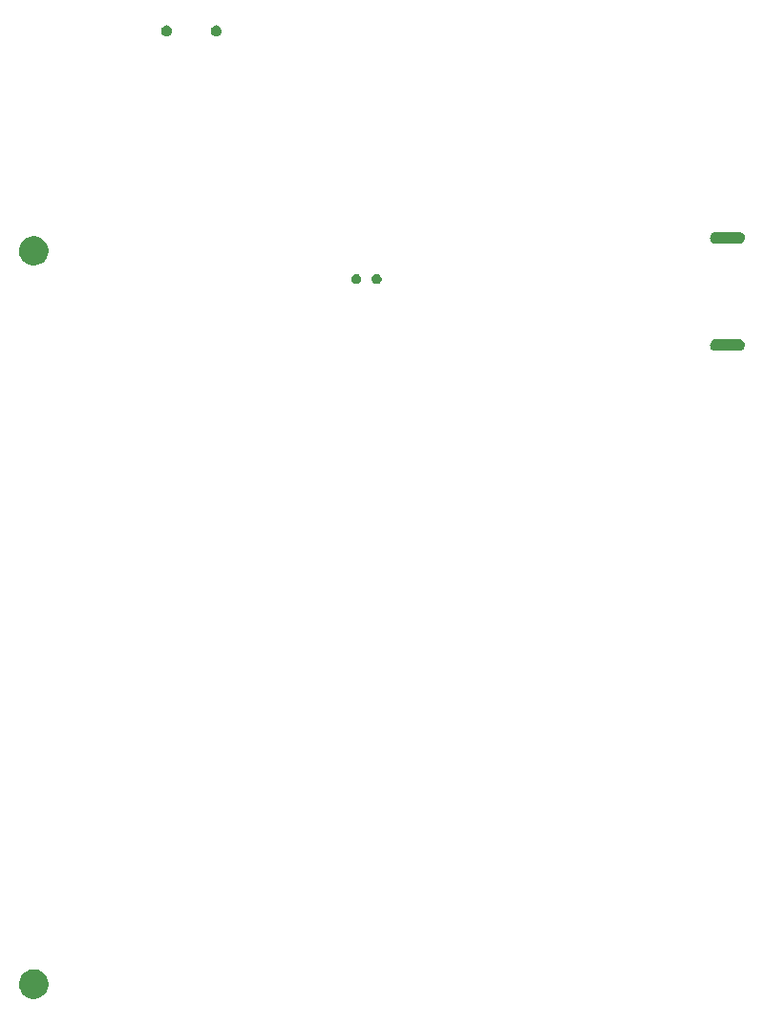
<source format=gts>
G04 #@! TF.FileFunction,Soldermask,Top*
%FSLAX46Y46*%
G04 Gerber Fmt 4.6, Leading zero omitted, Abs format (unit mm)*
G04 Created by KiCad (PCBNEW 4.0.6) date Saturday, January 06, 2018 'AMt' 08:46:40 AM*
%MOMM*%
%LPD*%
G01*
G04 APERTURE LIST*
%ADD10C,0.150000*%
G04 APERTURE END LIST*
D10*
G36*
X40136544Y-117700864D02*
X40386282Y-117752128D01*
X40621302Y-117850922D01*
X40832661Y-117993484D01*
X41012305Y-118174387D01*
X41153389Y-118386734D01*
X41250539Y-118622438D01*
X41299990Y-118872185D01*
X41299990Y-118872194D01*
X41300056Y-118872528D01*
X41295990Y-119163722D01*
X41295913Y-119164060D01*
X41295913Y-119164068D01*
X41239511Y-119412328D01*
X41135815Y-119645232D01*
X40988858Y-119853557D01*
X40804230Y-120029375D01*
X40588979Y-120165977D01*
X40351287Y-120258173D01*
X40100220Y-120302442D01*
X39845332Y-120297103D01*
X39596330Y-120242357D01*
X39362713Y-120140292D01*
X39153367Y-119994792D01*
X38976266Y-119811399D01*
X38838163Y-119597106D01*
X38744312Y-119360065D01*
X38698289Y-119109305D01*
X38701849Y-118854388D01*
X38754853Y-118605019D01*
X38855288Y-118370689D01*
X38999322Y-118160332D01*
X39181474Y-117981955D01*
X39394800Y-117842358D01*
X39631180Y-117746855D01*
X39881604Y-117699084D01*
X40136544Y-117700864D01*
X40136544Y-117700864D01*
G37*
G36*
X102510212Y-61810019D02*
X102514991Y-61810053D01*
X102619723Y-61821800D01*
X102720180Y-61853667D01*
X102812533Y-61904439D01*
X102893266Y-61972182D01*
X102959304Y-62054316D01*
X103008130Y-62147712D01*
X103037886Y-62248814D01*
X103037889Y-62248848D01*
X103037893Y-62248861D01*
X103047441Y-62353768D01*
X103036428Y-62458534D01*
X103036427Y-62458539D01*
X103036422Y-62458582D01*
X103005257Y-62559258D01*
X102955131Y-62651964D01*
X102887953Y-62733168D01*
X102806282Y-62799777D01*
X102713229Y-62849255D01*
X102612338Y-62879716D01*
X102507451Y-62890000D01*
X100492517Y-62890000D01*
X100489788Y-62889981D01*
X100485009Y-62889947D01*
X100380277Y-62878200D01*
X100279820Y-62846333D01*
X100187467Y-62795561D01*
X100106734Y-62727818D01*
X100040696Y-62645684D01*
X99991870Y-62552288D01*
X99962114Y-62451186D01*
X99962111Y-62451152D01*
X99962107Y-62451139D01*
X99952559Y-62346232D01*
X99963572Y-62241466D01*
X99963573Y-62241461D01*
X99963578Y-62241418D01*
X99994743Y-62140742D01*
X100044869Y-62048036D01*
X100112047Y-61966832D01*
X100193718Y-61900223D01*
X100286771Y-61850745D01*
X100387662Y-61820284D01*
X100492549Y-61810000D01*
X102507483Y-61810000D01*
X102510212Y-61810019D01*
X102510212Y-61810019D01*
G37*
G36*
X68646215Y-56060291D02*
X68730743Y-56077642D01*
X68810287Y-56111080D01*
X68881827Y-56159334D01*
X68942626Y-56220559D01*
X68990381Y-56292435D01*
X69023259Y-56372206D01*
X69039953Y-56456512D01*
X69039953Y-56456522D01*
X69040019Y-56456856D01*
X69038643Y-56555413D01*
X69038567Y-56555747D01*
X69038567Y-56555758D01*
X69019528Y-56639557D01*
X68984431Y-56718387D01*
X68934689Y-56788899D01*
X68872206Y-56848402D01*
X68799344Y-56894641D01*
X68718897Y-56925844D01*
X68633921Y-56940828D01*
X68547651Y-56939021D01*
X68463371Y-56920491D01*
X68384303Y-56885947D01*
X68313447Y-56836701D01*
X68253504Y-56774628D01*
X68206761Y-56702098D01*
X68174997Y-56621870D01*
X68159419Y-56536994D01*
X68160624Y-56450715D01*
X68178564Y-56366315D01*
X68212558Y-56287001D01*
X68261308Y-56215804D01*
X68322960Y-56155429D01*
X68395162Y-56108181D01*
X68475168Y-56075857D01*
X68559926Y-56059688D01*
X68646215Y-56060291D01*
X68646215Y-56060291D01*
G37*
G36*
X70446215Y-56060291D02*
X70530743Y-56077642D01*
X70610287Y-56111080D01*
X70681827Y-56159334D01*
X70742626Y-56220559D01*
X70790381Y-56292435D01*
X70823259Y-56372206D01*
X70839953Y-56456512D01*
X70839953Y-56456522D01*
X70840019Y-56456856D01*
X70838643Y-56555413D01*
X70838567Y-56555747D01*
X70838567Y-56555758D01*
X70819528Y-56639557D01*
X70784431Y-56718387D01*
X70734689Y-56788899D01*
X70672206Y-56848402D01*
X70599344Y-56894641D01*
X70518897Y-56925844D01*
X70433921Y-56940828D01*
X70347651Y-56939021D01*
X70263371Y-56920491D01*
X70184303Y-56885947D01*
X70113447Y-56836701D01*
X70053504Y-56774628D01*
X70006761Y-56702098D01*
X69974997Y-56621870D01*
X69959419Y-56536994D01*
X69960624Y-56450715D01*
X69978564Y-56366315D01*
X70012558Y-56287001D01*
X70061308Y-56215804D01*
X70122960Y-56155429D01*
X70195162Y-56108181D01*
X70275168Y-56075857D01*
X70359926Y-56059688D01*
X70446215Y-56060291D01*
X70446215Y-56060291D01*
G37*
G36*
X40136544Y-52700864D02*
X40386282Y-52752128D01*
X40621302Y-52850922D01*
X40832661Y-52993484D01*
X41012305Y-53174387D01*
X41153389Y-53386734D01*
X41250539Y-53622438D01*
X41299990Y-53872185D01*
X41299990Y-53872194D01*
X41300056Y-53872528D01*
X41295990Y-54163722D01*
X41295913Y-54164060D01*
X41295913Y-54164068D01*
X41239511Y-54412328D01*
X41135815Y-54645232D01*
X40988858Y-54853557D01*
X40804230Y-55029375D01*
X40588979Y-55165977D01*
X40351287Y-55258173D01*
X40100220Y-55302442D01*
X39845332Y-55297103D01*
X39596330Y-55242357D01*
X39362713Y-55140292D01*
X39153367Y-54994792D01*
X38976266Y-54811399D01*
X38838163Y-54597106D01*
X38744312Y-54360065D01*
X38698289Y-54109305D01*
X38701849Y-53854388D01*
X38754853Y-53605019D01*
X38855288Y-53370689D01*
X38999322Y-53160332D01*
X39181474Y-52981955D01*
X39394800Y-52842358D01*
X39631180Y-52746855D01*
X39881604Y-52699084D01*
X40136544Y-52700864D01*
X40136544Y-52700864D01*
G37*
G36*
X102510212Y-52310019D02*
X102514991Y-52310053D01*
X102619723Y-52321800D01*
X102720180Y-52353667D01*
X102812533Y-52404439D01*
X102893266Y-52472182D01*
X102959304Y-52554316D01*
X103008130Y-52647712D01*
X103037886Y-52748814D01*
X103037889Y-52748848D01*
X103037893Y-52748861D01*
X103047441Y-52853768D01*
X103036428Y-52958534D01*
X103036427Y-52958539D01*
X103036422Y-52958582D01*
X103005257Y-53059258D01*
X102955131Y-53151964D01*
X102887953Y-53233168D01*
X102806282Y-53299777D01*
X102713229Y-53349255D01*
X102612338Y-53379716D01*
X102507451Y-53390000D01*
X100492517Y-53390000D01*
X100489788Y-53389981D01*
X100485009Y-53389947D01*
X100380277Y-53378200D01*
X100279820Y-53346333D01*
X100187467Y-53295561D01*
X100106734Y-53227818D01*
X100040696Y-53145684D01*
X99991870Y-53052288D01*
X99962114Y-52951186D01*
X99962111Y-52951152D01*
X99962107Y-52951139D01*
X99952559Y-52846232D01*
X99963572Y-52741466D01*
X99963573Y-52741461D01*
X99963578Y-52741418D01*
X99994743Y-52640742D01*
X100044869Y-52548036D01*
X100112047Y-52466832D01*
X100193718Y-52400223D01*
X100286771Y-52350745D01*
X100387662Y-52320284D01*
X100492549Y-52310000D01*
X102507483Y-52310000D01*
X102510212Y-52310019D01*
X102510212Y-52310019D01*
G37*
G36*
X51826782Y-34016644D02*
X51920837Y-34035951D01*
X52009340Y-34073154D01*
X52088944Y-34126847D01*
X52156596Y-34194973D01*
X52209726Y-34274942D01*
X52246314Y-34363709D01*
X52264895Y-34457550D01*
X52264895Y-34457560D01*
X52264961Y-34457894D01*
X52263430Y-34567558D01*
X52263354Y-34567892D01*
X52263354Y-34567903D01*
X52242161Y-34661183D01*
X52203108Y-34748897D01*
X52147768Y-34827348D01*
X52078234Y-34893563D01*
X51997169Y-34945009D01*
X51907655Y-34979730D01*
X51813104Y-34996401D01*
X51717113Y-34994391D01*
X51623338Y-34973772D01*
X51535359Y-34935336D01*
X51456514Y-34880537D01*
X51389819Y-34811473D01*
X51337811Y-34730772D01*
X51302467Y-34641502D01*
X51285134Y-34547062D01*
X51286475Y-34451062D01*
X51306436Y-34357151D01*
X51344260Y-34268899D01*
X51398503Y-34189681D01*
X51467103Y-34122502D01*
X51547441Y-34069930D01*
X51636462Y-34033964D01*
X51730770Y-34015973D01*
X51826782Y-34016644D01*
X51826782Y-34016644D01*
G37*
G36*
X56226062Y-34016644D02*
X56320117Y-34035951D01*
X56408620Y-34073154D01*
X56488224Y-34126847D01*
X56555876Y-34194973D01*
X56609006Y-34274942D01*
X56645594Y-34363709D01*
X56664175Y-34457550D01*
X56664175Y-34457560D01*
X56664241Y-34457894D01*
X56662710Y-34567558D01*
X56662634Y-34567892D01*
X56662634Y-34567903D01*
X56641441Y-34661183D01*
X56602388Y-34748897D01*
X56547048Y-34827348D01*
X56477514Y-34893563D01*
X56396449Y-34945009D01*
X56306935Y-34979730D01*
X56212384Y-34996401D01*
X56116393Y-34994391D01*
X56022618Y-34973772D01*
X55934639Y-34935336D01*
X55855794Y-34880537D01*
X55789099Y-34811473D01*
X55737091Y-34730772D01*
X55701747Y-34641502D01*
X55684414Y-34547062D01*
X55685755Y-34451062D01*
X55705716Y-34357151D01*
X55743540Y-34268899D01*
X55797783Y-34189681D01*
X55866383Y-34122502D01*
X55946721Y-34069930D01*
X56035742Y-34033964D01*
X56130050Y-34015973D01*
X56226062Y-34016644D01*
X56226062Y-34016644D01*
G37*
M02*

</source>
